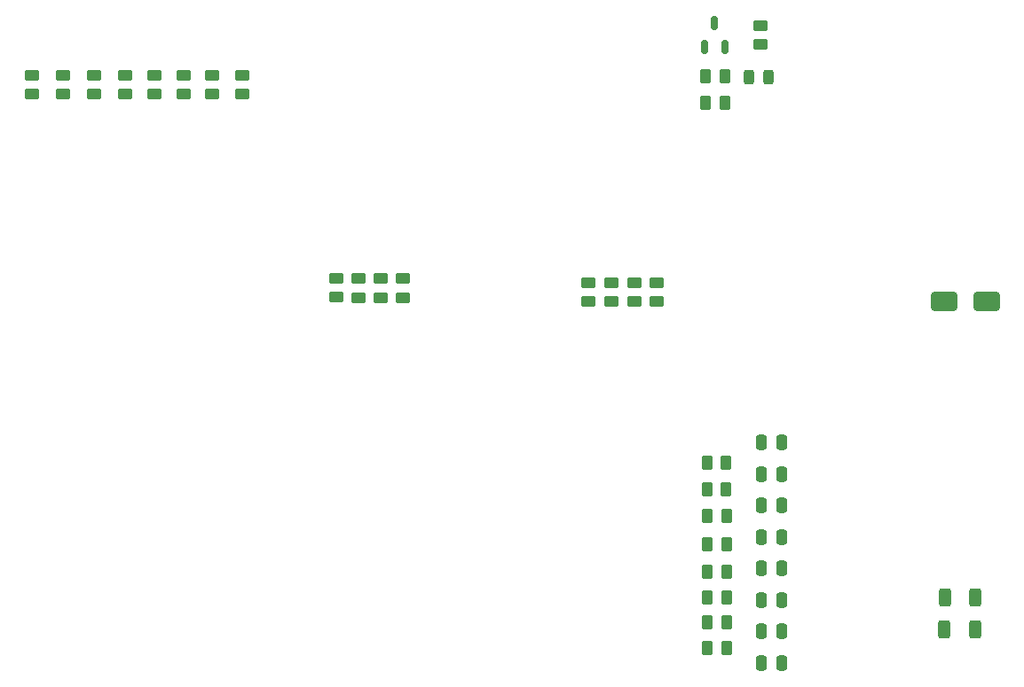
<source format=gbr>
%TF.GenerationSoftware,KiCad,Pcbnew,8.0.4*%
%TF.CreationDate,2025-03-19T03:37:00-05:00*%
%TF.ProjectId,ENRTENADOR ATMEGA1284P,454e5254-454e-4414-944f-522041544d45,rev?*%
%TF.SameCoordinates,Original*%
%TF.FileFunction,Paste,Bot*%
%TF.FilePolarity,Positive*%
%FSLAX46Y46*%
G04 Gerber Fmt 4.6, Leading zero omitted, Abs format (unit mm)*
G04 Created by KiCad (PCBNEW 8.0.4) date 2025-03-19 03:37:00*
%MOMM*%
%LPD*%
G01*
G04 APERTURE LIST*
G04 Aperture macros list*
%AMRoundRect*
0 Rectangle with rounded corners*
0 $1 Rounding radius*
0 $2 $3 $4 $5 $6 $7 $8 $9 X,Y pos of 4 corners*
0 Add a 4 corners polygon primitive as box body*
4,1,4,$2,$3,$4,$5,$6,$7,$8,$9,$2,$3,0*
0 Add four circle primitives for the rounded corners*
1,1,$1+$1,$2,$3*
1,1,$1+$1,$4,$5*
1,1,$1+$1,$6,$7*
1,1,$1+$1,$8,$9*
0 Add four rect primitives between the rounded corners*
20,1,$1+$1,$2,$3,$4,$5,0*
20,1,$1+$1,$4,$5,$6,$7,0*
20,1,$1+$1,$6,$7,$8,$9,0*
20,1,$1+$1,$8,$9,$2,$3,0*%
G04 Aperture macros list end*
%ADD10RoundRect,0.250000X0.450000X-0.262500X0.450000X0.262500X-0.450000X0.262500X-0.450000X-0.262500X0*%
%ADD11RoundRect,0.250000X-1.000000X-0.650000X1.000000X-0.650000X1.000000X0.650000X-1.000000X0.650000X0*%
%ADD12RoundRect,0.250000X0.262500X0.450000X-0.262500X0.450000X-0.262500X-0.450000X0.262500X-0.450000X0*%
%ADD13RoundRect,0.250000X0.312500X0.625000X-0.312500X0.625000X-0.312500X-0.625000X0.312500X-0.625000X0*%
%ADD14RoundRect,0.250000X0.250000X0.475000X-0.250000X0.475000X-0.250000X-0.475000X0.250000X-0.475000X0*%
%ADD15RoundRect,0.250000X-0.450000X0.262500X-0.450000X-0.262500X0.450000X-0.262500X0.450000X0.262500X0*%
%ADD16RoundRect,0.250000X-0.262500X-0.450000X0.262500X-0.450000X0.262500X0.450000X-0.262500X0.450000X0*%
%ADD17RoundRect,0.150000X0.150000X-0.512500X0.150000X0.512500X-0.150000X0.512500X-0.150000X-0.512500X0*%
%ADD18RoundRect,0.243750X-0.243750X-0.456250X0.243750X-0.456250X0.243750X0.456250X-0.243750X0.456250X0*%
G04 APERTURE END LIST*
D10*
%TO.C,R14*%
X40400000Y-33350000D03*
X40400000Y-31525000D03*
%TD*%
D11*
%TO.C,D7*%
X92050000Y-33680000D03*
X96050000Y-33680000D03*
%TD*%
D10*
%TO.C,R21*%
X25075000Y-13912500D03*
X25075000Y-12087500D03*
%TD*%
D12*
%TO.C,R35*%
X71245000Y-64355000D03*
X69420000Y-64355000D03*
%TD*%
%TO.C,R31*%
X71245000Y-54230000D03*
X69420000Y-54230000D03*
%TD*%
D10*
%TO.C,R22*%
X22175000Y-13912500D03*
X22175000Y-12087500D03*
%TD*%
D12*
%TO.C,R36*%
X71245000Y-66830000D03*
X69420000Y-66830000D03*
%TD*%
D13*
%TO.C,R38*%
X94962500Y-65000000D03*
X92037500Y-65000000D03*
%TD*%
D12*
%TO.C,R33*%
X71245000Y-59555000D03*
X69420000Y-59555000D03*
%TD*%
D10*
%TO.C,R23*%
X19425000Y-13912500D03*
X19425000Y-12087500D03*
%TD*%
%TO.C,R24*%
X16625000Y-13912500D03*
X16625000Y-12087500D03*
%TD*%
%TO.C,R26*%
X10925000Y-13912500D03*
X10925000Y-12087500D03*
%TD*%
D14*
%TO.C,C19*%
X76490000Y-50190000D03*
X74590000Y-50190000D03*
%TD*%
D10*
%TO.C,R27*%
X7950000Y-13912500D03*
X7950000Y-12087500D03*
%TD*%
D14*
%TO.C,C23*%
X76490000Y-62230000D03*
X74590000Y-62230000D03*
%TD*%
D12*
%TO.C,R30*%
X71220000Y-51680000D03*
X69395000Y-51680000D03*
%TD*%
%TO.C,R34*%
X71245000Y-61980000D03*
X69420000Y-61980000D03*
%TD*%
D14*
%TO.C,C18*%
X76490000Y-47180000D03*
X74590000Y-47180000D03*
%TD*%
D15*
%TO.C,R18*%
X36125000Y-31525000D03*
X36125000Y-33350000D03*
%TD*%
%TO.C,R17*%
X60250000Y-31925000D03*
X60250000Y-33750000D03*
%TD*%
D12*
%TO.C,R32*%
X71245000Y-56905000D03*
X69420000Y-56905000D03*
%TD*%
D14*
%TO.C,C22*%
X76490000Y-59220000D03*
X74590000Y-59220000D03*
%TD*%
%TO.C,C20*%
X76490000Y-53200000D03*
X74590000Y-53200000D03*
%TD*%
D12*
%TO.C,R29*%
X71195000Y-49105000D03*
X69370000Y-49105000D03*
%TD*%
D16*
%TO.C,R10*%
X69237500Y-12210000D03*
X71062500Y-12210000D03*
%TD*%
D10*
%TO.C,R28*%
X4950000Y-13912500D03*
X4950000Y-12087500D03*
%TD*%
D15*
%TO.C,R12*%
X74450000Y-7347500D03*
X74450000Y-9172500D03*
%TD*%
D14*
%TO.C,C25*%
X76490000Y-68250000D03*
X74590000Y-68250000D03*
%TD*%
D17*
%TO.C,Q1*%
X71062500Y-9417500D03*
X69162500Y-9417500D03*
X70112500Y-7142500D03*
%TD*%
D14*
%TO.C,C21*%
X76490000Y-56210000D03*
X74590000Y-56210000D03*
%TD*%
D15*
%TO.C,R19*%
X58075000Y-31925000D03*
X58075000Y-33750000D03*
%TD*%
D10*
%TO.C,R25*%
X13850000Y-13912500D03*
X13850000Y-12087500D03*
%TD*%
D15*
%TO.C,R15*%
X38275000Y-31525000D03*
X38275000Y-33350000D03*
%TD*%
%TO.C,R20*%
X34000000Y-31500000D03*
X34000000Y-33325000D03*
%TD*%
%TO.C,R16*%
X62425000Y-31900000D03*
X62425000Y-33725000D03*
%TD*%
D14*
%TO.C,C24*%
X76490000Y-65240000D03*
X74590000Y-65240000D03*
%TD*%
D16*
%TO.C,R11*%
X69275000Y-14730000D03*
X71100000Y-14730000D03*
%TD*%
D10*
%TO.C,R13*%
X64600000Y-33750000D03*
X64600000Y-31925000D03*
%TD*%
D13*
%TO.C,R37*%
X95000000Y-62000000D03*
X92075000Y-62000000D03*
%TD*%
D18*
%TO.C,D6*%
X73382500Y-12290000D03*
X75257500Y-12290000D03*
%TD*%
M02*

</source>
